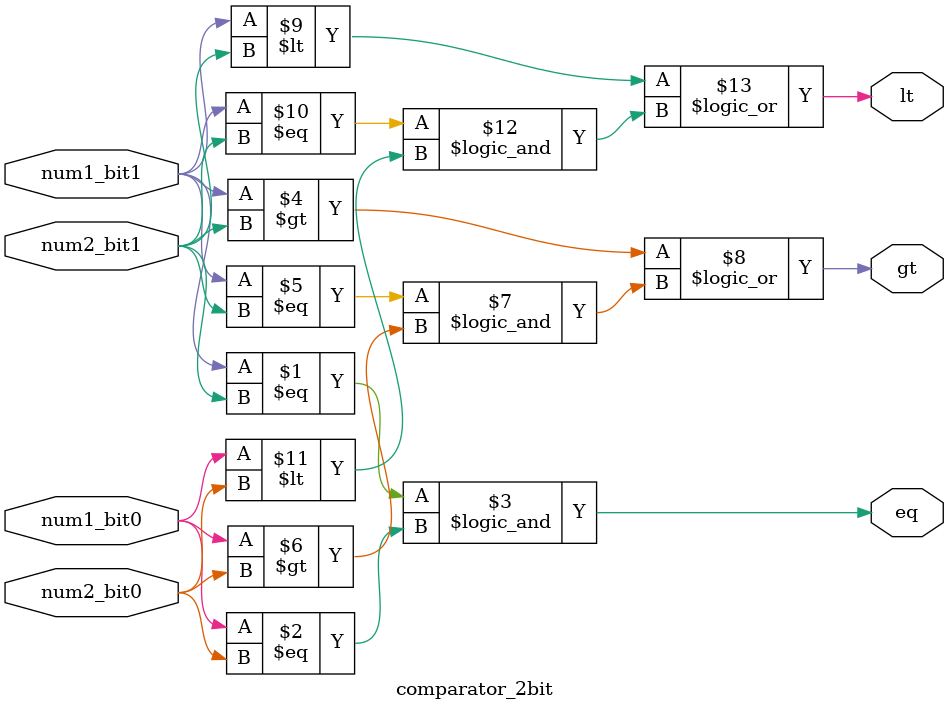
<source format=v>
module comparator_2bit(
    input num1_bit0,
    input num1_bit1,
    input num2_bit0,
    input num2_bit1,
    output eq, // output for equality
    output gt, // output for greater than
    output lt  // output for less than
);

// Truth table for equality
assign eq = (num1_bit1 == num2_bit1) && (num1_bit0 == num2_bit0);

// Truth table for greater than
assign gt = (num1_bit1 > num2_bit1) || ((num1_bit1 == num2_bit1) && (num1_bit0 > num2_bit0));

// Truth table for less than
assign lt = (num1_bit1 < num2_bit1) || ((num1_bit1 == num2_bit1) && (num1_bit0 < num2_bit0));

endmodule
</source>
